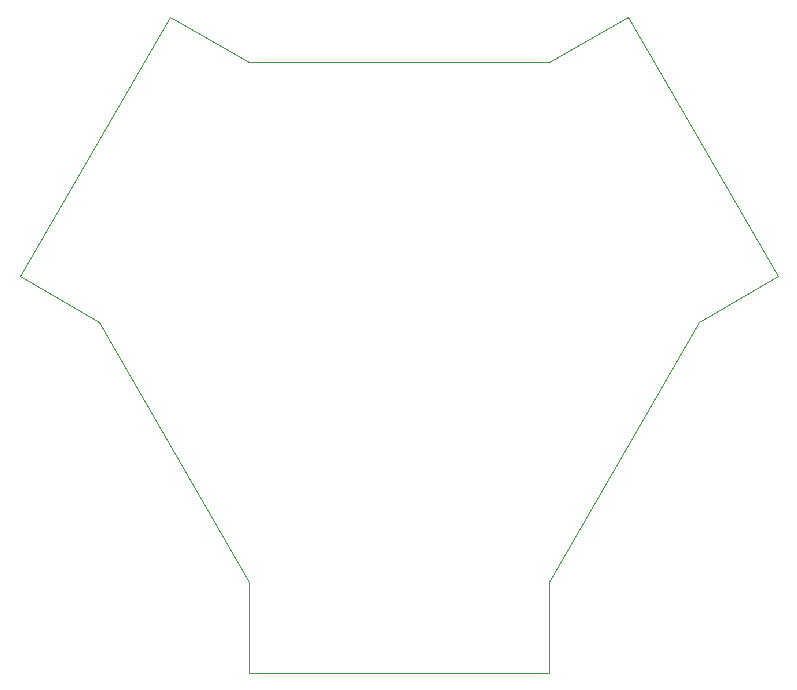
<source format=gbr>
G04 #@! TF.GenerationSoftware,KiCad,Pcbnew,(6.99.0-2452-gdb4f2d9dd8)*
G04 #@! TF.CreationDate,2022-07-29T14:07:57-05:00*
G04 #@! TF.ProjectId,VORTAC SAO Board,564f5254-4143-4205-9341-4f20426f6172,rev?*
G04 #@! TF.SameCoordinates,Original*
G04 #@! TF.FileFunction,Profile,NP*
%FSLAX46Y46*%
G04 Gerber Fmt 4.6, Leading zero omitted, Abs format (unit mm)*
G04 Created by KiCad (PCBNEW (6.99.0-2452-gdb4f2d9dd8)) date 2022-07-29 14:07:57*
%MOMM*%
%LPD*%
G01*
G04 APERTURE LIST*
G04 #@! TA.AperFunction,Profile*
%ADD10C,0.100000*%
G04 #@! TD*
G04 APERTURE END LIST*
D10*
X127000000Y-121158000D02*
X127000000Y-113437045D01*
X120313457Y-65582478D02*
X127000000Y-69442955D01*
X114300000Y-91440001D02*
X107613457Y-87579523D01*
X152400000Y-69442955D02*
X159086543Y-65582477D01*
X171786543Y-87579523D02*
X165100000Y-91440000D01*
X165100000Y-91440000D02*
X152400000Y-113437045D01*
X107613457Y-87579523D02*
X120313457Y-65582478D01*
X127000000Y-69442955D02*
X152400000Y-69442955D01*
X127000000Y-113437045D02*
X114300000Y-91440000D01*
X152400000Y-113437045D02*
X152400000Y-121158000D01*
X159086543Y-65582477D02*
X171786543Y-87579523D01*
X152400000Y-121158000D02*
X127000000Y-121158000D01*
M02*

</source>
